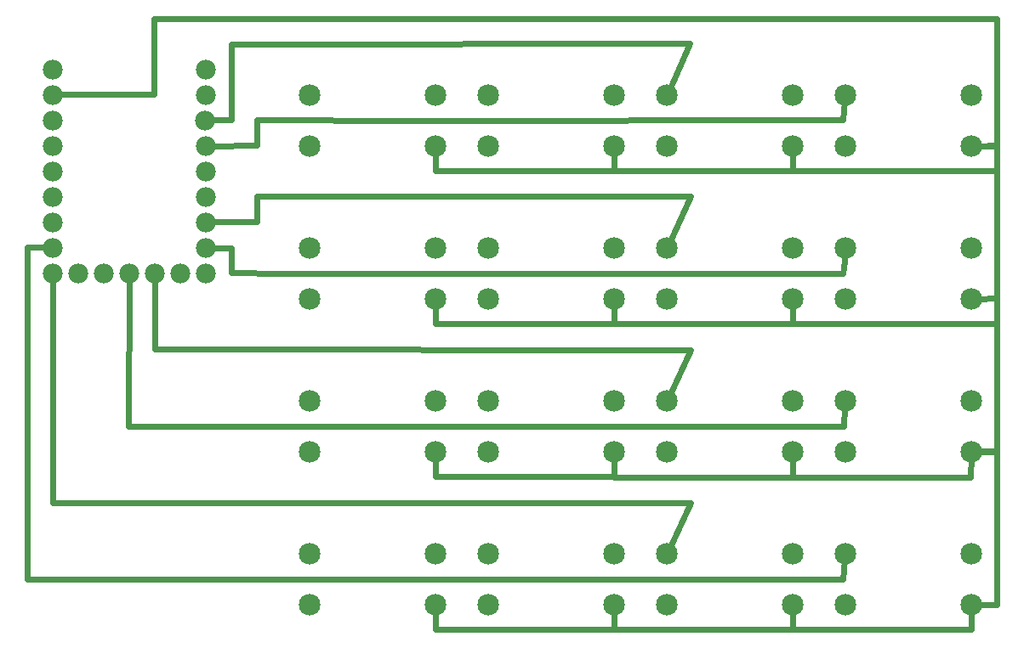
<source format=gbl>
G04 MADE WITH FRITZING*
G04 WWW.FRITZING.ORG*
G04 DOUBLE SIDED*
G04 HOLES PLATED*
G04 CONTOUR ON CENTER OF CONTOUR VECTOR*
%ASAXBY*%
%FSLAX23Y23*%
%MOIN*%
%OFA0B0*%
%SFA1.0B1.0*%
%ADD10C,0.078000*%
%ADD11C,0.085000*%
%ADD12C,0.024000*%
%LNCOPPER0*%
G90*
G70*
G54D10*
X141Y2298D03*
X141Y2198D03*
X141Y2098D03*
X141Y1998D03*
X141Y1898D03*
X141Y1798D03*
X141Y1698D03*
X141Y1598D03*
X141Y1498D03*
X241Y1498D03*
X341Y1498D03*
X441Y1498D03*
X541Y1498D03*
X641Y1498D03*
X741Y1498D03*
X741Y1598D03*
X741Y1698D03*
X741Y1798D03*
X741Y1898D03*
X741Y1998D03*
X740Y2098D03*
X741Y2198D03*
X741Y2298D03*
G54D11*
X3249Y395D03*
X3249Y198D03*
X3741Y198D03*
X3741Y395D03*
X2549Y395D03*
X2549Y198D03*
X3041Y198D03*
X3041Y395D03*
X1849Y395D03*
X1849Y198D03*
X2341Y198D03*
X2341Y395D03*
X1149Y395D03*
X1149Y198D03*
X1641Y198D03*
X1641Y395D03*
X3249Y995D03*
X3249Y798D03*
X3741Y798D03*
X3741Y995D03*
X2549Y995D03*
X2549Y798D03*
X3041Y798D03*
X3041Y995D03*
X1849Y995D03*
X1849Y798D03*
X2341Y798D03*
X2341Y995D03*
X1149Y995D03*
X1149Y798D03*
X1641Y798D03*
X1641Y995D03*
X3250Y1595D03*
X3250Y1398D03*
X3742Y1398D03*
X3742Y1595D03*
X2549Y1595D03*
X2549Y1398D03*
X3041Y1398D03*
X3041Y1595D03*
X1849Y1595D03*
X1849Y1398D03*
X2341Y1398D03*
X2341Y1595D03*
X1149Y1595D03*
X1149Y1398D03*
X1641Y1398D03*
X1641Y1595D03*
X3249Y2195D03*
X3249Y1998D03*
X3741Y1998D03*
X3741Y2195D03*
X2549Y2195D03*
X2549Y1998D03*
X3041Y1998D03*
X3041Y2195D03*
X1849Y2195D03*
X1849Y1998D03*
X2341Y1998D03*
X2341Y2195D03*
X1149Y2195D03*
X1149Y1998D03*
X1641Y1998D03*
X1641Y2195D03*
G54D12*
X2341Y99D02*
X2341Y175D01*
D02*
X1641Y99D02*
X2341Y99D01*
D02*
X1641Y175D02*
X1641Y99D01*
D02*
X3043Y99D02*
X2341Y99D01*
D02*
X2341Y99D02*
X2341Y175D01*
D02*
X3042Y175D02*
X3043Y99D01*
D02*
X3841Y1399D02*
X3766Y1398D01*
D02*
X3841Y1999D02*
X3841Y1399D01*
D02*
X3765Y1998D02*
X3841Y1999D01*
D02*
X3841Y1999D02*
X3765Y1998D01*
D02*
X3841Y2498D02*
X3841Y2398D01*
D02*
X540Y2497D02*
X3841Y2498D01*
D02*
X540Y2200D02*
X540Y2497D01*
D02*
X3841Y2398D02*
X3841Y1999D01*
D02*
X160Y2199D02*
X540Y2200D01*
D02*
X3843Y1399D02*
X3766Y1398D01*
D02*
X3042Y1299D02*
X3843Y1299D01*
D02*
X3843Y1299D02*
X3843Y1399D01*
D02*
X3041Y1399D02*
X3042Y1299D01*
D02*
X3037Y1422D02*
X3041Y1399D01*
D02*
X3843Y899D02*
X3843Y798D01*
D02*
X3843Y798D02*
X3765Y798D01*
D02*
X3843Y997D02*
X3843Y899D01*
D02*
X3843Y1399D02*
X3843Y1098D01*
D02*
X3843Y1098D02*
X3843Y997D01*
D02*
X3766Y1398D02*
X3843Y1399D01*
D02*
X3842Y198D02*
X3765Y198D01*
D02*
X3842Y800D02*
X3842Y198D01*
D02*
X3765Y799D02*
X3842Y800D01*
D02*
X3741Y100D02*
X3741Y175D01*
D02*
X3041Y100D02*
X3741Y100D01*
D02*
X3041Y175D02*
X3041Y100D01*
D02*
X3740Y698D02*
X3741Y775D01*
D02*
X3042Y698D02*
X3740Y698D01*
D02*
X3042Y775D02*
X3042Y698D01*
D02*
X2341Y698D02*
X3042Y698D01*
D02*
X3042Y698D02*
X3042Y775D01*
D02*
X2341Y775D02*
X2341Y698D01*
D02*
X3843Y1997D02*
X3765Y1998D01*
D02*
X3843Y1899D02*
X3843Y1997D01*
D02*
X3042Y1899D02*
X3843Y1899D01*
D02*
X3042Y1975D02*
X3042Y1899D01*
D02*
X3042Y1899D02*
X3042Y1975D01*
D02*
X2342Y1899D02*
X3042Y1899D01*
D02*
X2342Y1975D02*
X2342Y1899D01*
D02*
X2342Y1899D02*
X2342Y1975D01*
D02*
X1643Y1899D02*
X2342Y1899D01*
D02*
X1642Y1975D02*
X1643Y1899D01*
D02*
X2343Y1299D02*
X3041Y1299D01*
D02*
X3041Y1299D02*
X3041Y1375D01*
D02*
X2342Y1375D02*
X2343Y1299D01*
D02*
X2343Y1299D02*
X2342Y1375D01*
D02*
X1641Y1299D02*
X2343Y1299D01*
D02*
X1641Y1375D02*
X1641Y1299D01*
D02*
X2341Y699D02*
X2341Y775D01*
D02*
X1641Y699D02*
X2341Y699D01*
D02*
X1641Y775D02*
X1641Y699D01*
D02*
X942Y2099D02*
X1543Y2098D01*
D02*
X3240Y2099D02*
X3247Y2172D01*
D02*
X1543Y2098D02*
X3240Y2099D01*
D02*
X942Y1999D02*
X942Y2099D01*
D02*
X760Y1998D02*
X942Y1999D01*
D02*
X842Y2099D02*
X759Y2099D01*
D02*
X842Y2398D02*
X842Y2099D01*
D02*
X2640Y2399D02*
X842Y2398D01*
D02*
X2559Y2217D02*
X2640Y2399D01*
D02*
X941Y1799D02*
X941Y1699D01*
D02*
X941Y1699D02*
X741Y1699D01*
D02*
X741Y1699D02*
X726Y1710D01*
D02*
X1141Y1799D02*
X941Y1799D01*
D02*
X2642Y1799D02*
X1141Y1799D01*
D02*
X2559Y1617D02*
X2642Y1799D01*
D02*
X842Y1499D02*
X842Y1598D01*
D02*
X842Y1598D02*
X760Y1598D01*
D02*
X1042Y1498D02*
X842Y1499D01*
D02*
X3240Y1498D02*
X1042Y1498D01*
D02*
X3248Y1571D02*
X3240Y1498D01*
D02*
X43Y1599D02*
X122Y1599D01*
D02*
X43Y298D02*
X43Y1599D01*
D02*
X3240Y298D02*
X43Y298D01*
D02*
X3247Y372D02*
X3240Y298D01*
D02*
X143Y598D02*
X2642Y598D01*
D02*
X2642Y598D02*
X2559Y417D01*
D02*
X141Y1479D02*
X143Y598D01*
D02*
X541Y1199D02*
X2642Y1198D01*
D02*
X2642Y1198D02*
X2559Y1017D01*
D02*
X541Y1479D02*
X541Y1199D01*
D02*
X3241Y898D02*
X3247Y972D01*
D02*
X440Y898D02*
X3241Y898D01*
D02*
X441Y1479D02*
X440Y898D01*
G04 End of Copper0*
M02*
</source>
